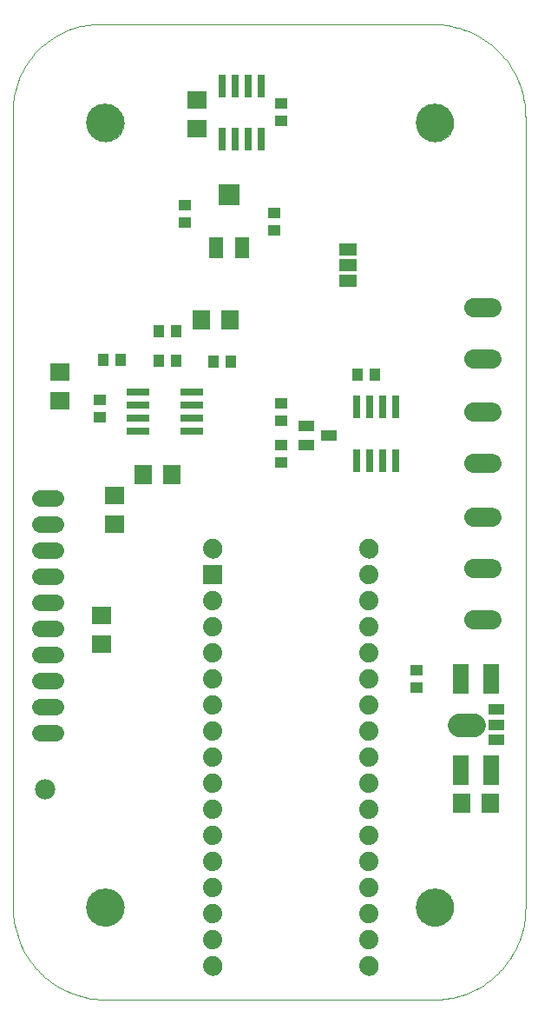
<source format=gts>
G75*
%MOIN*%
%OFA0B0*%
%FSLAX24Y24*%
%IPPOS*%
%LPD*%
%AMOC8*
5,1,8,0,0,1.08239X$1,22.5*
%
%ADD10C,0.0000*%
%ADD11R,0.0910X0.0280*%
%ADD12R,0.0434X0.0473*%
%ADD13R,0.0473X0.0434*%
%ADD14R,0.0591X0.0434*%
%ADD15R,0.0280X0.0910*%
%ADD16C,0.0906*%
%ADD17R,0.0620X0.0413*%
%ADD18R,0.0670X0.0749*%
%ADD19R,0.0631X0.1182*%
%ADD20R,0.0749X0.0670*%
%ADD21C,0.0780*%
%ADD22C,0.0640*%
%ADD23C,0.0745*%
%ADD24R,0.0276X0.0906*%
%ADD25R,0.0552X0.0788*%
%ADD26R,0.0827X0.0788*%
%ADD27R,0.0670X0.0500*%
%ADD28C,0.1457*%
%ADD29R,0.0740X0.0740*%
%ADD30C,0.0740*%
D10*
X001927Y006470D02*
X001927Y036785D01*
X005076Y040328D02*
X018068Y040328D01*
X018184Y040326D01*
X018300Y040320D01*
X018415Y040311D01*
X018530Y040298D01*
X018645Y040281D01*
X018759Y040260D01*
X018873Y040235D01*
X018985Y040207D01*
X019096Y040175D01*
X019207Y040140D01*
X019316Y040101D01*
X019424Y040058D01*
X019530Y040012D01*
X019635Y039963D01*
X019738Y039910D01*
X019840Y039853D01*
X019939Y039794D01*
X020036Y039731D01*
X020132Y039665D01*
X020225Y039596D01*
X020316Y039524D01*
X020404Y039449D01*
X020490Y039371D01*
X020573Y039290D01*
X020654Y039207D01*
X020732Y039121D01*
X020807Y039033D01*
X020879Y038942D01*
X020948Y038849D01*
X021014Y038753D01*
X021077Y038656D01*
X021136Y038557D01*
X021193Y038455D01*
X021246Y038352D01*
X021295Y038247D01*
X021341Y038141D01*
X021384Y038033D01*
X021423Y037924D01*
X021458Y037813D01*
X021490Y037702D01*
X021518Y037590D01*
X021543Y037476D01*
X021564Y037362D01*
X021581Y037247D01*
X021594Y037132D01*
X021603Y037017D01*
X021609Y036901D01*
X021611Y036785D01*
X021612Y036785D02*
X021612Y006470D01*
X017418Y006470D02*
X017420Y006523D01*
X017426Y006576D01*
X017436Y006628D01*
X017449Y006679D01*
X017467Y006729D01*
X017488Y006778D01*
X017513Y006825D01*
X017541Y006869D01*
X017573Y006912D01*
X017607Y006952D01*
X017645Y006990D01*
X017685Y007024D01*
X017728Y007056D01*
X017773Y007084D01*
X017819Y007109D01*
X017868Y007130D01*
X017918Y007148D01*
X017969Y007161D01*
X018021Y007171D01*
X018074Y007177D01*
X018127Y007179D01*
X018180Y007177D01*
X018233Y007171D01*
X018285Y007161D01*
X018336Y007148D01*
X018386Y007130D01*
X018435Y007109D01*
X018482Y007084D01*
X018526Y007056D01*
X018569Y007024D01*
X018609Y006990D01*
X018647Y006952D01*
X018681Y006912D01*
X018713Y006869D01*
X018741Y006824D01*
X018766Y006778D01*
X018787Y006729D01*
X018805Y006679D01*
X018818Y006628D01*
X018828Y006576D01*
X018834Y006523D01*
X018836Y006470D01*
X018834Y006417D01*
X018828Y006364D01*
X018818Y006312D01*
X018805Y006261D01*
X018787Y006211D01*
X018766Y006162D01*
X018741Y006115D01*
X018713Y006071D01*
X018681Y006028D01*
X018647Y005988D01*
X018609Y005950D01*
X018569Y005916D01*
X018526Y005884D01*
X018481Y005856D01*
X018435Y005831D01*
X018386Y005810D01*
X018336Y005792D01*
X018285Y005779D01*
X018233Y005769D01*
X018180Y005763D01*
X018127Y005761D01*
X018074Y005763D01*
X018021Y005769D01*
X017969Y005779D01*
X017918Y005792D01*
X017868Y005810D01*
X017819Y005831D01*
X017772Y005856D01*
X017728Y005884D01*
X017685Y005916D01*
X017645Y005950D01*
X017607Y005988D01*
X017573Y006028D01*
X017541Y006071D01*
X017513Y006116D01*
X017488Y006162D01*
X017467Y006211D01*
X017449Y006261D01*
X017436Y006312D01*
X017426Y006364D01*
X017420Y006417D01*
X017418Y006470D01*
X018128Y002926D02*
X018245Y002929D01*
X018362Y002936D01*
X018479Y002947D01*
X018596Y002961D01*
X018712Y002980D01*
X018827Y003002D01*
X018941Y003029D01*
X019055Y003059D01*
X019167Y003093D01*
X019279Y003130D01*
X019388Y003172D01*
X019497Y003216D01*
X019604Y003265D01*
X019709Y003317D01*
X019813Y003373D01*
X019914Y003432D01*
X020014Y003494D01*
X020111Y003560D01*
X020206Y003629D01*
X020299Y003701D01*
X020389Y003776D01*
X020477Y003854D01*
X020562Y003935D01*
X020644Y004018D01*
X020724Y004105D01*
X020800Y004194D01*
X020874Y004285D01*
X020944Y004379D01*
X021012Y004476D01*
X021076Y004574D01*
X021136Y004675D01*
X021194Y004777D01*
X021248Y004882D01*
X021298Y004988D01*
X021345Y005095D01*
X021388Y005205D01*
X021427Y005315D01*
X021463Y005427D01*
X021495Y005540D01*
X021523Y005654D01*
X021547Y005769D01*
X021568Y005885D01*
X021584Y006001D01*
X021597Y006118D01*
X021606Y006235D01*
X021611Y006352D01*
X021612Y006470D01*
X018127Y002927D02*
X005470Y002927D01*
X004761Y006470D02*
X004763Y006523D01*
X004769Y006576D01*
X004779Y006628D01*
X004792Y006679D01*
X004810Y006729D01*
X004831Y006778D01*
X004856Y006825D01*
X004884Y006869D01*
X004916Y006912D01*
X004950Y006952D01*
X004988Y006990D01*
X005028Y007024D01*
X005071Y007056D01*
X005116Y007084D01*
X005162Y007109D01*
X005211Y007130D01*
X005261Y007148D01*
X005312Y007161D01*
X005364Y007171D01*
X005417Y007177D01*
X005470Y007179D01*
X005523Y007177D01*
X005576Y007171D01*
X005628Y007161D01*
X005679Y007148D01*
X005729Y007130D01*
X005778Y007109D01*
X005825Y007084D01*
X005869Y007056D01*
X005912Y007024D01*
X005952Y006990D01*
X005990Y006952D01*
X006024Y006912D01*
X006056Y006869D01*
X006084Y006824D01*
X006109Y006778D01*
X006130Y006729D01*
X006148Y006679D01*
X006161Y006628D01*
X006171Y006576D01*
X006177Y006523D01*
X006179Y006470D01*
X006177Y006417D01*
X006171Y006364D01*
X006161Y006312D01*
X006148Y006261D01*
X006130Y006211D01*
X006109Y006162D01*
X006084Y006115D01*
X006056Y006071D01*
X006024Y006028D01*
X005990Y005988D01*
X005952Y005950D01*
X005912Y005916D01*
X005869Y005884D01*
X005824Y005856D01*
X005778Y005831D01*
X005729Y005810D01*
X005679Y005792D01*
X005628Y005779D01*
X005576Y005769D01*
X005523Y005763D01*
X005470Y005761D01*
X005417Y005763D01*
X005364Y005769D01*
X005312Y005779D01*
X005261Y005792D01*
X005211Y005810D01*
X005162Y005831D01*
X005115Y005856D01*
X005071Y005884D01*
X005028Y005916D01*
X004988Y005950D01*
X004950Y005988D01*
X004916Y006028D01*
X004884Y006071D01*
X004856Y006116D01*
X004831Y006162D01*
X004810Y006211D01*
X004792Y006261D01*
X004779Y006312D01*
X004769Y006364D01*
X004763Y006417D01*
X004761Y006470D01*
X001927Y006470D02*
X001929Y006354D01*
X001935Y006238D01*
X001944Y006123D01*
X001957Y006008D01*
X001974Y005893D01*
X001995Y005779D01*
X002020Y005665D01*
X002048Y005553D01*
X002080Y005442D01*
X002115Y005331D01*
X002154Y005222D01*
X002197Y005114D01*
X002243Y005008D01*
X002292Y004903D01*
X002345Y004800D01*
X002402Y004698D01*
X002461Y004599D01*
X002524Y004502D01*
X002590Y004406D01*
X002659Y004313D01*
X002731Y004222D01*
X002806Y004134D01*
X002884Y004048D01*
X002965Y003965D01*
X003048Y003884D01*
X003134Y003806D01*
X003222Y003731D01*
X003313Y003659D01*
X003406Y003590D01*
X003502Y003524D01*
X003599Y003461D01*
X003699Y003402D01*
X003800Y003345D01*
X003903Y003292D01*
X004008Y003243D01*
X004114Y003197D01*
X004222Y003154D01*
X004331Y003115D01*
X004442Y003080D01*
X004553Y003048D01*
X004665Y003020D01*
X004779Y002995D01*
X004893Y002974D01*
X005008Y002957D01*
X005123Y002944D01*
X005238Y002935D01*
X005354Y002929D01*
X005470Y002927D01*
X009245Y004220D02*
X009247Y004257D01*
X009253Y004294D01*
X009263Y004330D01*
X009276Y004365D01*
X009293Y004398D01*
X009314Y004429D01*
X009338Y004457D01*
X009365Y004483D01*
X009394Y004506D01*
X009425Y004526D01*
X009459Y004542D01*
X009494Y004555D01*
X009530Y004564D01*
X009567Y004569D01*
X009604Y004570D01*
X009641Y004567D01*
X009678Y004560D01*
X009714Y004549D01*
X009748Y004535D01*
X009781Y004517D01*
X009811Y004495D01*
X009839Y004471D01*
X009864Y004443D01*
X009887Y004413D01*
X009906Y004381D01*
X009921Y004347D01*
X009933Y004312D01*
X009941Y004276D01*
X009945Y004239D01*
X009945Y004201D01*
X009941Y004164D01*
X009933Y004128D01*
X009921Y004093D01*
X009906Y004059D01*
X009887Y004027D01*
X009864Y003997D01*
X009839Y003969D01*
X009811Y003945D01*
X009781Y003923D01*
X009748Y003905D01*
X009714Y003891D01*
X009678Y003880D01*
X009641Y003873D01*
X009604Y003870D01*
X009567Y003871D01*
X009530Y003876D01*
X009494Y003885D01*
X009459Y003898D01*
X009425Y003914D01*
X009394Y003934D01*
X009365Y003957D01*
X009338Y003983D01*
X009314Y004011D01*
X009293Y004042D01*
X009276Y004075D01*
X009263Y004110D01*
X009253Y004146D01*
X009247Y004183D01*
X009245Y004220D01*
X015245Y004220D02*
X015247Y004257D01*
X015253Y004294D01*
X015263Y004330D01*
X015276Y004365D01*
X015293Y004398D01*
X015314Y004429D01*
X015338Y004457D01*
X015365Y004483D01*
X015394Y004506D01*
X015425Y004526D01*
X015459Y004542D01*
X015494Y004555D01*
X015530Y004564D01*
X015567Y004569D01*
X015604Y004570D01*
X015641Y004567D01*
X015678Y004560D01*
X015714Y004549D01*
X015748Y004535D01*
X015781Y004517D01*
X015811Y004495D01*
X015839Y004471D01*
X015864Y004443D01*
X015887Y004413D01*
X015906Y004381D01*
X015921Y004347D01*
X015933Y004312D01*
X015941Y004276D01*
X015945Y004239D01*
X015945Y004201D01*
X015941Y004164D01*
X015933Y004128D01*
X015921Y004093D01*
X015906Y004059D01*
X015887Y004027D01*
X015864Y003997D01*
X015839Y003969D01*
X015811Y003945D01*
X015781Y003923D01*
X015748Y003905D01*
X015714Y003891D01*
X015678Y003880D01*
X015641Y003873D01*
X015604Y003870D01*
X015567Y003871D01*
X015530Y003876D01*
X015494Y003885D01*
X015459Y003898D01*
X015425Y003914D01*
X015394Y003934D01*
X015365Y003957D01*
X015338Y003983D01*
X015314Y004011D01*
X015293Y004042D01*
X015276Y004075D01*
X015263Y004110D01*
X015253Y004146D01*
X015247Y004183D01*
X015245Y004220D01*
X015245Y020220D02*
X015247Y020257D01*
X015253Y020294D01*
X015263Y020330D01*
X015276Y020365D01*
X015293Y020398D01*
X015314Y020429D01*
X015338Y020457D01*
X015365Y020483D01*
X015394Y020506D01*
X015425Y020526D01*
X015459Y020542D01*
X015494Y020555D01*
X015530Y020564D01*
X015567Y020569D01*
X015604Y020570D01*
X015641Y020567D01*
X015678Y020560D01*
X015714Y020549D01*
X015748Y020535D01*
X015781Y020517D01*
X015811Y020495D01*
X015839Y020471D01*
X015864Y020443D01*
X015887Y020413D01*
X015906Y020381D01*
X015921Y020347D01*
X015933Y020312D01*
X015941Y020276D01*
X015945Y020239D01*
X015945Y020201D01*
X015941Y020164D01*
X015933Y020128D01*
X015921Y020093D01*
X015906Y020059D01*
X015887Y020027D01*
X015864Y019997D01*
X015839Y019969D01*
X015811Y019945D01*
X015781Y019923D01*
X015748Y019905D01*
X015714Y019891D01*
X015678Y019880D01*
X015641Y019873D01*
X015604Y019870D01*
X015567Y019871D01*
X015530Y019876D01*
X015494Y019885D01*
X015459Y019898D01*
X015425Y019914D01*
X015394Y019934D01*
X015365Y019957D01*
X015338Y019983D01*
X015314Y020011D01*
X015293Y020042D01*
X015276Y020075D01*
X015263Y020110D01*
X015253Y020146D01*
X015247Y020183D01*
X015245Y020220D01*
X009245Y020220D02*
X009247Y020257D01*
X009253Y020294D01*
X009263Y020330D01*
X009276Y020365D01*
X009293Y020398D01*
X009314Y020429D01*
X009338Y020457D01*
X009365Y020483D01*
X009394Y020506D01*
X009425Y020526D01*
X009459Y020542D01*
X009494Y020555D01*
X009530Y020564D01*
X009567Y020569D01*
X009604Y020570D01*
X009641Y020567D01*
X009678Y020560D01*
X009714Y020549D01*
X009748Y020535D01*
X009781Y020517D01*
X009811Y020495D01*
X009839Y020471D01*
X009864Y020443D01*
X009887Y020413D01*
X009906Y020381D01*
X009921Y020347D01*
X009933Y020312D01*
X009941Y020276D01*
X009945Y020239D01*
X009945Y020201D01*
X009941Y020164D01*
X009933Y020128D01*
X009921Y020093D01*
X009906Y020059D01*
X009887Y020027D01*
X009864Y019997D01*
X009839Y019969D01*
X009811Y019945D01*
X009781Y019923D01*
X009748Y019905D01*
X009714Y019891D01*
X009678Y019880D01*
X009641Y019873D01*
X009604Y019870D01*
X009567Y019871D01*
X009530Y019876D01*
X009494Y019885D01*
X009459Y019898D01*
X009425Y019914D01*
X009394Y019934D01*
X009365Y019957D01*
X009338Y019983D01*
X009314Y020011D01*
X009293Y020042D01*
X009276Y020075D01*
X009263Y020110D01*
X009253Y020146D01*
X009247Y020183D01*
X009245Y020220D01*
X004761Y036549D02*
X004763Y036602D01*
X004769Y036655D01*
X004779Y036707D01*
X004792Y036758D01*
X004810Y036808D01*
X004831Y036857D01*
X004856Y036904D01*
X004884Y036948D01*
X004916Y036991D01*
X004950Y037031D01*
X004988Y037069D01*
X005028Y037103D01*
X005071Y037135D01*
X005116Y037163D01*
X005162Y037188D01*
X005211Y037209D01*
X005261Y037227D01*
X005312Y037240D01*
X005364Y037250D01*
X005417Y037256D01*
X005470Y037258D01*
X005523Y037256D01*
X005576Y037250D01*
X005628Y037240D01*
X005679Y037227D01*
X005729Y037209D01*
X005778Y037188D01*
X005825Y037163D01*
X005869Y037135D01*
X005912Y037103D01*
X005952Y037069D01*
X005990Y037031D01*
X006024Y036991D01*
X006056Y036948D01*
X006084Y036903D01*
X006109Y036857D01*
X006130Y036808D01*
X006148Y036758D01*
X006161Y036707D01*
X006171Y036655D01*
X006177Y036602D01*
X006179Y036549D01*
X006177Y036496D01*
X006171Y036443D01*
X006161Y036391D01*
X006148Y036340D01*
X006130Y036290D01*
X006109Y036241D01*
X006084Y036194D01*
X006056Y036150D01*
X006024Y036107D01*
X005990Y036067D01*
X005952Y036029D01*
X005912Y035995D01*
X005869Y035963D01*
X005824Y035935D01*
X005778Y035910D01*
X005729Y035889D01*
X005679Y035871D01*
X005628Y035858D01*
X005576Y035848D01*
X005523Y035842D01*
X005470Y035840D01*
X005417Y035842D01*
X005364Y035848D01*
X005312Y035858D01*
X005261Y035871D01*
X005211Y035889D01*
X005162Y035910D01*
X005115Y035935D01*
X005071Y035963D01*
X005028Y035995D01*
X004988Y036029D01*
X004950Y036067D01*
X004916Y036107D01*
X004884Y036150D01*
X004856Y036195D01*
X004831Y036241D01*
X004810Y036290D01*
X004792Y036340D01*
X004779Y036391D01*
X004769Y036443D01*
X004763Y036496D01*
X004761Y036549D01*
X001927Y036785D02*
X001922Y036900D01*
X001921Y037014D01*
X001924Y037128D01*
X001931Y037243D01*
X001942Y037357D01*
X001957Y037470D01*
X001975Y037583D01*
X001998Y037695D01*
X002024Y037807D01*
X002054Y037917D01*
X002088Y038026D01*
X002125Y038135D01*
X002167Y038241D01*
X002211Y038347D01*
X002260Y038450D01*
X002312Y038552D01*
X002367Y038653D01*
X002426Y038751D01*
X002488Y038847D01*
X002553Y038941D01*
X002622Y039033D01*
X002693Y039122D01*
X002768Y039209D01*
X002845Y039293D01*
X002925Y039375D01*
X003009Y039453D01*
X003094Y039529D01*
X003182Y039602D01*
X003273Y039672D01*
X003366Y039739D01*
X003461Y039802D01*
X003559Y039862D01*
X003658Y039919D01*
X003759Y039973D01*
X003862Y040023D01*
X003967Y040069D01*
X004073Y040112D01*
X004181Y040151D01*
X004289Y040186D01*
X004399Y040218D01*
X004510Y040246D01*
X004622Y040270D01*
X004735Y040291D01*
X004848Y040307D01*
X004962Y040320D01*
X005076Y040328D01*
X017418Y036549D02*
X017420Y036602D01*
X017426Y036655D01*
X017436Y036707D01*
X017449Y036758D01*
X017467Y036808D01*
X017488Y036857D01*
X017513Y036904D01*
X017541Y036948D01*
X017573Y036991D01*
X017607Y037031D01*
X017645Y037069D01*
X017685Y037103D01*
X017728Y037135D01*
X017773Y037163D01*
X017819Y037188D01*
X017868Y037209D01*
X017918Y037227D01*
X017969Y037240D01*
X018021Y037250D01*
X018074Y037256D01*
X018127Y037258D01*
X018180Y037256D01*
X018233Y037250D01*
X018285Y037240D01*
X018336Y037227D01*
X018386Y037209D01*
X018435Y037188D01*
X018482Y037163D01*
X018526Y037135D01*
X018569Y037103D01*
X018609Y037069D01*
X018647Y037031D01*
X018681Y036991D01*
X018713Y036948D01*
X018741Y036903D01*
X018766Y036857D01*
X018787Y036808D01*
X018805Y036758D01*
X018818Y036707D01*
X018828Y036655D01*
X018834Y036602D01*
X018836Y036549D01*
X018834Y036496D01*
X018828Y036443D01*
X018818Y036391D01*
X018805Y036340D01*
X018787Y036290D01*
X018766Y036241D01*
X018741Y036194D01*
X018713Y036150D01*
X018681Y036107D01*
X018647Y036067D01*
X018609Y036029D01*
X018569Y035995D01*
X018526Y035963D01*
X018481Y035935D01*
X018435Y035910D01*
X018386Y035889D01*
X018336Y035871D01*
X018285Y035858D01*
X018233Y035848D01*
X018180Y035842D01*
X018127Y035840D01*
X018074Y035842D01*
X018021Y035848D01*
X017969Y035858D01*
X017918Y035871D01*
X017868Y035889D01*
X017819Y035910D01*
X017772Y035935D01*
X017728Y035963D01*
X017685Y035995D01*
X017645Y036029D01*
X017607Y036067D01*
X017573Y036107D01*
X017541Y036150D01*
X017513Y036195D01*
X017488Y036241D01*
X017467Y036290D01*
X017449Y036340D01*
X017436Y036391D01*
X017426Y036443D01*
X017420Y036496D01*
X017418Y036549D01*
D11*
X008781Y026222D03*
X008781Y025722D03*
X008781Y025222D03*
X008781Y024722D03*
X006721Y024722D03*
X006721Y025222D03*
X006721Y025722D03*
X006721Y026222D03*
D12*
X006055Y027470D03*
X005385Y027470D03*
X007512Y027439D03*
X007512Y028564D03*
X008182Y028564D03*
X008182Y027439D03*
X009633Y027376D03*
X010303Y027376D03*
X015168Y026885D03*
X015837Y026885D03*
D13*
X012220Y025805D03*
X012220Y025135D03*
X012220Y024180D03*
X012220Y023510D03*
X011968Y032417D03*
X011968Y033086D03*
X012220Y036635D03*
X012220Y037305D03*
X008531Y033398D03*
X008531Y032729D03*
X005251Y025932D03*
X005251Y025262D03*
X017436Y015555D03*
X017436Y014885D03*
D14*
X013202Y024189D03*
X013202Y024937D03*
X014068Y024563D03*
D15*
X015127Y023605D03*
X015627Y023605D03*
X016127Y023605D03*
X016627Y023605D03*
X016627Y025665D03*
X016127Y025665D03*
X015627Y025665D03*
X015127Y025665D03*
D16*
X019055Y013470D02*
X019645Y013470D01*
D17*
X020502Y013470D03*
X020502Y012879D03*
X020502Y014061D03*
D18*
X020271Y010470D03*
X019169Y010470D03*
X010269Y029001D03*
X009167Y029001D03*
X008023Y023064D03*
X006921Y023064D03*
D19*
X019129Y015220D03*
X020311Y015220D03*
X020311Y011720D03*
X019129Y011720D03*
D20*
X005845Y021169D03*
X005845Y022271D03*
X003722Y025887D03*
X003722Y026990D03*
X008988Y036309D03*
X008988Y037411D03*
X005345Y017646D03*
X005345Y016544D03*
D21*
X003165Y010992D03*
D22*
X002946Y013141D02*
X003546Y013141D01*
X003546Y014141D02*
X002946Y014141D01*
X002946Y015141D02*
X003546Y015141D01*
X003546Y016141D02*
X002946Y016141D01*
X002946Y017141D02*
X003546Y017141D01*
X003546Y018141D02*
X002946Y018141D01*
X002946Y019141D02*
X003546Y019141D01*
X003546Y020141D02*
X002946Y020141D01*
X002946Y021141D02*
X003546Y021141D01*
X003546Y022141D02*
X002946Y022141D01*
D23*
X019625Y021439D02*
X020330Y021439D01*
X020330Y019470D02*
X019625Y019470D01*
X019625Y017501D02*
X020330Y017501D01*
X020323Y023486D02*
X019618Y023486D01*
X019618Y025454D02*
X020323Y025454D01*
X020323Y027486D02*
X019618Y027486D01*
X019618Y029454D02*
X020323Y029454D01*
D24*
X011472Y035915D03*
X010972Y035915D03*
X010472Y035915D03*
X009972Y035915D03*
X009972Y037962D03*
X010472Y037962D03*
X010972Y037962D03*
X011472Y037962D03*
D25*
X010736Y031770D03*
X009736Y031770D03*
D26*
X010236Y033778D03*
D27*
X014780Y031698D03*
X014780Y031098D03*
X014780Y030498D03*
D28*
X018127Y036549D03*
X005470Y036549D03*
X005470Y006470D03*
X018127Y006470D03*
D29*
X009595Y019220D03*
D30*
X009595Y020220D03*
X009595Y018220D03*
X009595Y017220D03*
X009595Y016220D03*
X009595Y015220D03*
X009595Y014220D03*
X009595Y013220D03*
X009595Y012220D03*
X009595Y011220D03*
X009595Y010220D03*
X009595Y009220D03*
X009595Y008220D03*
X009595Y007220D03*
X009595Y006220D03*
X009595Y005220D03*
X009595Y004220D03*
X015595Y004220D03*
X015595Y005220D03*
X015595Y006220D03*
X015595Y007220D03*
X015595Y008220D03*
X015595Y009220D03*
X015595Y010220D03*
X015595Y011220D03*
X015595Y012220D03*
X015595Y013220D03*
X015595Y014220D03*
X015595Y015220D03*
X015595Y016220D03*
X015595Y017220D03*
X015595Y018220D03*
X015595Y019220D03*
X015595Y020220D03*
M02*

</source>
